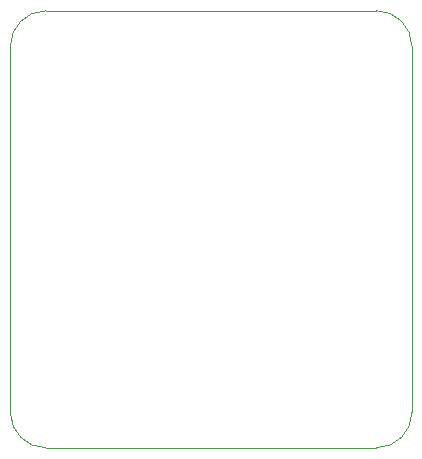
<source format=gm1>
G04 #@! TF.GenerationSoftware,KiCad,Pcbnew,8.0.4*
G04 #@! TF.CreationDate,2024-08-31T14:34:40+03:00*
G04 #@! TF.ProjectId,rj45-screw-terminals,726a3435-2d73-4637-9265-772d7465726d,rev?*
G04 #@! TF.SameCoordinates,Original*
G04 #@! TF.FileFunction,Profile,NP*
%FSLAX46Y46*%
G04 Gerber Fmt 4.6, Leading zero omitted, Abs format (unit mm)*
G04 Created by KiCad (PCBNEW 8.0.4) date 2024-08-31 14:34:40*
%MOMM*%
%LPD*%
G01*
G04 APERTURE LIST*
G04 #@! TA.AperFunction,Profile*
%ADD10C,0.050000*%
G04 #@! TD*
G04 APERTURE END LIST*
D10*
X71000000Y-126000000D02*
G75*
G02*
X68000000Y-123000000I0J3000000D01*
G01*
X71000000Y-89000000D02*
X99000000Y-89000000D01*
X102000000Y-92000000D02*
X102000000Y-123000000D01*
X99000000Y-126000000D02*
X71000000Y-126000000D01*
X102000000Y-123000000D02*
G75*
G02*
X99000000Y-126000000I-3000000J0D01*
G01*
X68000000Y-123000000D02*
X68000000Y-92000000D01*
X68000000Y-92000000D02*
G75*
G02*
X71000000Y-89000000I3000000J0D01*
G01*
X99000000Y-89000000D02*
G75*
G02*
X102000000Y-92000000I0J-3000000D01*
G01*
M02*

</source>
